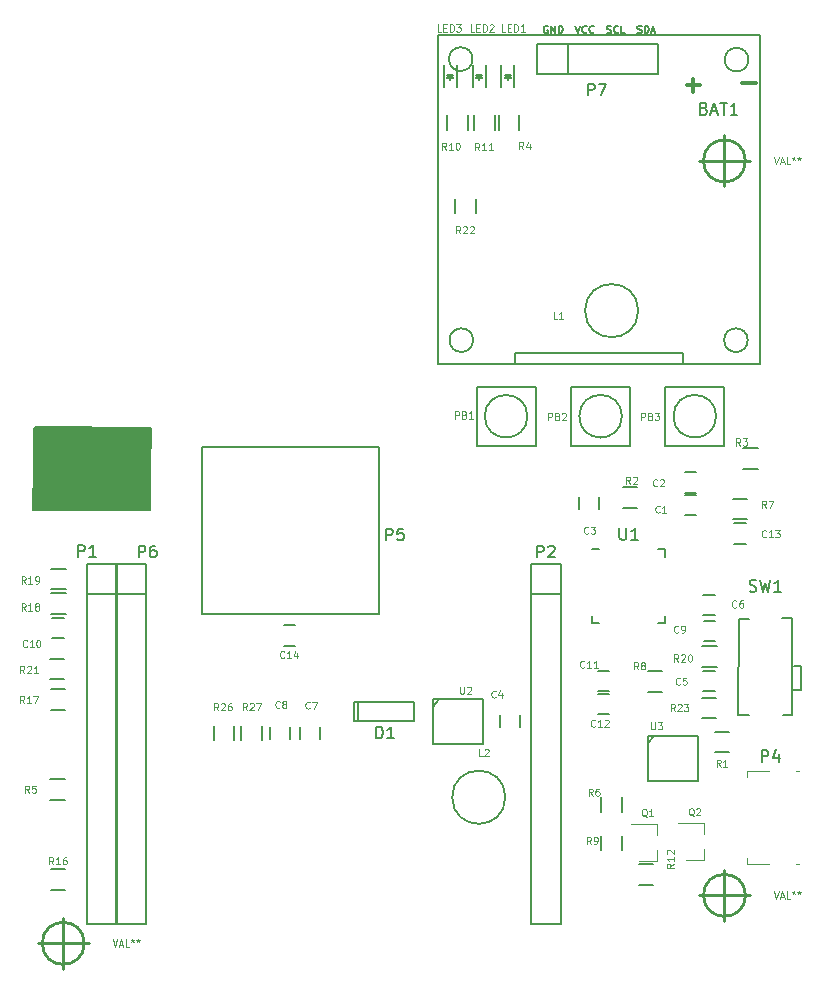
<source format=gbr>
G04 #@! TF.FileFunction,Legend,Top*
%FSLAX46Y46*%
G04 Gerber Fmt 4.6, Leading zero omitted, Abs format (unit mm)*
G04 Created by KiCad (PCBNEW 4.0.6) date Monday, July 30, 2018 'PMt' 08:55:28 PM*
%MOMM*%
%LPD*%
G01*
G04 APERTURE LIST*
%ADD10C,0.100000*%
%ADD11C,0.150000*%
%ADD12C,0.500000*%
%ADD13C,0.200000*%
%ADD14C,0.300000*%
%ADD15C,0.254000*%
%ADD16C,0.120000*%
G04 APERTURE END LIST*
D10*
D11*
X153642857Y-59200000D02*
X153585714Y-59171429D01*
X153500000Y-59171429D01*
X153414285Y-59200000D01*
X153357143Y-59257143D01*
X153328571Y-59314286D01*
X153300000Y-59428571D01*
X153300000Y-59514286D01*
X153328571Y-59628571D01*
X153357143Y-59685714D01*
X153414285Y-59742857D01*
X153500000Y-59771429D01*
X153557143Y-59771429D01*
X153642857Y-59742857D01*
X153671428Y-59714286D01*
X153671428Y-59514286D01*
X153557143Y-59514286D01*
X153928571Y-59771429D02*
X153928571Y-59171429D01*
X154271428Y-59771429D01*
X154271428Y-59171429D01*
X154557142Y-59771429D02*
X154557142Y-59171429D01*
X154699999Y-59171429D01*
X154785714Y-59200000D01*
X154842856Y-59257143D01*
X154871428Y-59314286D01*
X154899999Y-59428571D01*
X154899999Y-59514286D01*
X154871428Y-59628571D01*
X154842856Y-59685714D01*
X154785714Y-59742857D01*
X154699999Y-59771429D01*
X154557142Y-59771429D01*
X155985714Y-59171429D02*
X156185714Y-59771429D01*
X156385714Y-59171429D01*
X156928571Y-59714286D02*
X156900000Y-59742857D01*
X156814286Y-59771429D01*
X156757143Y-59771429D01*
X156671428Y-59742857D01*
X156614286Y-59685714D01*
X156585714Y-59628571D01*
X156557143Y-59514286D01*
X156557143Y-59428571D01*
X156585714Y-59314286D01*
X156614286Y-59257143D01*
X156671428Y-59200000D01*
X156757143Y-59171429D01*
X156814286Y-59171429D01*
X156900000Y-59200000D01*
X156928571Y-59228571D01*
X157528571Y-59714286D02*
X157500000Y-59742857D01*
X157414286Y-59771429D01*
X157357143Y-59771429D01*
X157271428Y-59742857D01*
X157214286Y-59685714D01*
X157185714Y-59628571D01*
X157157143Y-59514286D01*
X157157143Y-59428571D01*
X157185714Y-59314286D01*
X157214286Y-59257143D01*
X157271428Y-59200000D01*
X157357143Y-59171429D01*
X157414286Y-59171429D01*
X157500000Y-59200000D01*
X157528571Y-59228571D01*
X158671429Y-59742857D02*
X158757143Y-59771429D01*
X158900000Y-59771429D01*
X158957143Y-59742857D01*
X158985714Y-59714286D01*
X159014286Y-59657143D01*
X159014286Y-59600000D01*
X158985714Y-59542857D01*
X158957143Y-59514286D01*
X158900000Y-59485714D01*
X158785714Y-59457143D01*
X158728572Y-59428571D01*
X158700000Y-59400000D01*
X158671429Y-59342857D01*
X158671429Y-59285714D01*
X158700000Y-59228571D01*
X158728572Y-59200000D01*
X158785714Y-59171429D01*
X158928572Y-59171429D01*
X159014286Y-59200000D01*
X159614286Y-59714286D02*
X159585715Y-59742857D01*
X159500001Y-59771429D01*
X159442858Y-59771429D01*
X159357143Y-59742857D01*
X159300001Y-59685714D01*
X159271429Y-59628571D01*
X159242858Y-59514286D01*
X159242858Y-59428571D01*
X159271429Y-59314286D01*
X159300001Y-59257143D01*
X159357143Y-59200000D01*
X159442858Y-59171429D01*
X159500001Y-59171429D01*
X159585715Y-59200000D01*
X159614286Y-59228571D01*
X160157143Y-59771429D02*
X159871429Y-59771429D01*
X159871429Y-59171429D01*
X161242858Y-59742857D02*
X161328572Y-59771429D01*
X161471429Y-59771429D01*
X161528572Y-59742857D01*
X161557143Y-59714286D01*
X161585715Y-59657143D01*
X161585715Y-59600000D01*
X161557143Y-59542857D01*
X161528572Y-59514286D01*
X161471429Y-59485714D01*
X161357143Y-59457143D01*
X161300001Y-59428571D01*
X161271429Y-59400000D01*
X161242858Y-59342857D01*
X161242858Y-59285714D01*
X161271429Y-59228571D01*
X161300001Y-59200000D01*
X161357143Y-59171429D01*
X161500001Y-59171429D01*
X161585715Y-59200000D01*
X161842858Y-59771429D02*
X161842858Y-59171429D01*
X161985715Y-59171429D01*
X162071430Y-59200000D01*
X162128572Y-59257143D01*
X162157144Y-59314286D01*
X162185715Y-59428571D01*
X162185715Y-59514286D01*
X162157144Y-59628571D01*
X162128572Y-59685714D01*
X162071430Y-59742857D01*
X161985715Y-59771429D01*
X161842858Y-59771429D01*
X162414287Y-59600000D02*
X162700001Y-59600000D01*
X162357144Y-59771429D02*
X162557144Y-59171429D01*
X162757144Y-59771429D01*
D12*
X119761000Y-96697800D02*
X110312200Y-96697800D01*
D13*
X110312200Y-96697800D02*
X110312200Y-93345000D01*
D12*
X110312200Y-93345000D02*
X119862600Y-93395800D01*
D13*
X119862600Y-93395800D02*
X119811800Y-96647000D01*
X119811800Y-96647000D02*
X119761000Y-96647000D01*
D12*
X119811800Y-96342200D02*
X110312200Y-96342200D01*
D13*
X110312200Y-96342200D02*
X110363000Y-96342200D01*
D12*
X110312200Y-95986600D02*
X119761000Y-95986600D01*
X119811800Y-95580200D02*
X110413800Y-95580200D01*
X110363000Y-95123000D02*
X119761000Y-95123000D01*
X119811800Y-94615000D02*
X110363000Y-94615000D01*
X110363000Y-94208600D02*
X119811800Y-94208600D01*
X119811800Y-93853000D02*
X110413800Y-93853000D01*
D13*
X110413800Y-93548200D02*
X119761000Y-93599000D01*
X119507000Y-93395800D02*
X119354600Y-93395800D01*
X119862600Y-94869000D02*
X110312200Y-94869000D01*
X110312200Y-94869000D02*
X118745000Y-96088200D01*
X119761000Y-96850200D02*
X119964200Y-96850200D01*
X119964200Y-96850200D02*
X120015000Y-93243400D01*
X120015000Y-93243400D02*
X110159800Y-93243400D01*
X110159800Y-93243400D02*
X110210600Y-96799400D01*
X110210600Y-96799400D02*
X110159800Y-96799400D01*
X110159800Y-96799400D02*
X110109000Y-93192600D01*
X110109000Y-93192600D02*
X111277400Y-93243400D01*
X111277400Y-93243400D02*
X111379000Y-94056200D01*
X111277400Y-93243400D02*
X111379000Y-94056200D01*
X110109000Y-93192600D02*
X111277400Y-93243400D01*
X110159800Y-96799400D02*
X110109000Y-93192600D01*
X110210600Y-96799400D02*
X110159800Y-96799400D01*
X110159800Y-93243400D02*
X110210600Y-96799400D01*
X120015000Y-93243400D02*
X110159800Y-93243400D01*
X119964200Y-96850200D02*
X120015000Y-93243400D01*
X119761000Y-96850200D02*
X119964200Y-96850200D01*
X110312200Y-94869000D02*
X118745000Y-96088200D01*
X119862600Y-94869000D02*
X110312200Y-94869000D01*
X119507000Y-93395800D02*
X119354600Y-93395800D01*
X110413800Y-93548200D02*
X119761000Y-93599000D01*
D12*
X119811800Y-93853000D02*
X110413800Y-93853000D01*
X110363000Y-94208600D02*
X119811800Y-94208600D01*
X119811800Y-94615000D02*
X110363000Y-94615000D01*
X110363000Y-95123000D02*
X119761000Y-95123000D01*
X119811800Y-95580200D02*
X110413800Y-95580200D01*
X110312200Y-95986600D02*
X119761000Y-95986600D01*
D13*
X110312200Y-96342200D02*
X110363000Y-96342200D01*
D12*
X119811800Y-96342200D02*
X110312200Y-96342200D01*
D13*
X119811800Y-96647000D02*
X119761000Y-96647000D01*
X119862600Y-93395800D02*
X119811800Y-96647000D01*
D12*
X110312200Y-93345000D02*
X119862600Y-93395800D01*
D13*
X110312200Y-96697800D02*
X110312200Y-93345000D01*
D12*
X119761000Y-96697800D02*
X110312200Y-96697800D01*
X110337600Y-96672400D02*
X119786400Y-96672400D01*
D13*
X119786400Y-96672400D02*
X119786400Y-100025200D01*
D12*
X119786400Y-100025200D02*
X110236000Y-99974400D01*
D13*
X110236000Y-99974400D02*
X110286800Y-96723200D01*
X110286800Y-96723200D02*
X110337600Y-96723200D01*
D12*
X110286800Y-97028000D02*
X119786400Y-97028000D01*
D13*
X119786400Y-97028000D02*
X119735600Y-97028000D01*
D12*
X119786400Y-97383600D02*
X110337600Y-97383600D01*
X110286800Y-97790000D02*
X119684800Y-97790000D01*
X119735600Y-98247200D02*
X110337600Y-98247200D01*
X110286800Y-98755200D02*
X119735600Y-98755200D01*
X119735600Y-99161600D02*
X110286800Y-99161600D01*
X110286800Y-99517200D02*
X119684800Y-99517200D01*
D13*
X119684800Y-99822000D02*
X110337600Y-99771200D01*
X110591600Y-99974400D02*
X110744000Y-99974400D01*
X110236000Y-98501200D02*
X119786400Y-98501200D01*
X119786400Y-98501200D02*
X111353600Y-97282000D01*
X110337600Y-96520000D02*
X110134400Y-96520000D01*
X110134400Y-96520000D02*
X110083600Y-100126800D01*
X110083600Y-100126800D02*
X119938800Y-100126800D01*
X119938800Y-100126800D02*
X119888000Y-96570800D01*
X119888000Y-96570800D02*
X119938800Y-96570800D01*
X119938800Y-96570800D02*
X119989600Y-100177600D01*
X119989600Y-100177600D02*
X118821200Y-100126800D01*
X118821200Y-100126800D02*
X118719600Y-99314000D01*
X118821200Y-100126800D02*
X118719600Y-99314000D01*
X119989600Y-100177600D02*
X118821200Y-100126800D01*
X119938800Y-96570800D02*
X119989600Y-100177600D01*
X119888000Y-96570800D02*
X119938800Y-96570800D01*
X119938800Y-100126800D02*
X119888000Y-96570800D01*
X110083600Y-100126800D02*
X119938800Y-100126800D01*
X110134400Y-96520000D02*
X110083600Y-100126800D01*
X110337600Y-96520000D02*
X110134400Y-96520000D01*
X119786400Y-98501200D02*
X111353600Y-97282000D01*
X110236000Y-98501200D02*
X119786400Y-98501200D01*
X110591600Y-99974400D02*
X110744000Y-99974400D01*
X119684800Y-99822000D02*
X110337600Y-99771200D01*
D12*
X110286800Y-99517200D02*
X119684800Y-99517200D01*
X119735600Y-99161600D02*
X110286800Y-99161600D01*
X110286800Y-98755200D02*
X119735600Y-98755200D01*
X119735600Y-98247200D02*
X110337600Y-98247200D01*
X110286800Y-97790000D02*
X119684800Y-97790000D01*
X119786400Y-97383600D02*
X110337600Y-97383600D01*
D13*
X119786400Y-97028000D02*
X119735600Y-97028000D01*
D12*
X110286800Y-97028000D02*
X119786400Y-97028000D01*
D13*
X110286800Y-96723200D02*
X110337600Y-96723200D01*
X110236000Y-99974400D02*
X110286800Y-96723200D01*
D12*
X119786400Y-100025200D02*
X110236000Y-99974400D01*
D13*
X119786400Y-96672400D02*
X119786400Y-100025200D01*
D12*
X110337600Y-96672400D02*
X119786400Y-96672400D01*
D14*
X170116572Y-64013543D02*
X171259429Y-64013543D01*
X165392172Y-64216743D02*
X166535029Y-64216743D01*
X165963600Y-64788171D02*
X165963600Y-63645314D01*
D15*
X112623600Y-134696200D02*
X112623600Y-139014200D01*
X110464600Y-136855200D02*
X114782600Y-136855200D01*
X114401600Y-136855200D02*
G75*
G03X114401600Y-136855200I-1778000J0D01*
G01*
X168605200Y-130632200D02*
X168605200Y-134950200D01*
X166446200Y-132791200D02*
X170764200Y-132791200D01*
X170383200Y-132791200D02*
G75*
G03X170383200Y-132791200I-1778000J0D01*
G01*
X168605200Y-68453000D02*
X168605200Y-72771000D01*
X166446200Y-70612000D02*
X170764200Y-70612000D01*
X170383200Y-70612000D02*
G75*
G03X170383200Y-70612000I-1778000J0D01*
G01*
D11*
X174359600Y-115385600D02*
X175059600Y-115385600D01*
X175059600Y-115385600D02*
X175059600Y-113385600D01*
X175059600Y-113385600D02*
X174459600Y-113385600D01*
X174359600Y-109385600D02*
X174359600Y-109285600D01*
X174359600Y-109285600D02*
X173459600Y-109285600D01*
X173559600Y-117485600D02*
X174359600Y-117485600D01*
X174359600Y-117485600D02*
X174359600Y-109385600D01*
X170659600Y-117485600D02*
X169759600Y-117485600D01*
X169759600Y-117485600D02*
X169859600Y-109385600D01*
X169859600Y-109385600D02*
X170659600Y-109385600D01*
X147278000Y-62450800D02*
X147278000Y-64350800D01*
X148378000Y-62450800D02*
X148378000Y-64350800D01*
X147828000Y-63350800D02*
X147828000Y-63800800D01*
X148078000Y-63300800D02*
X147578000Y-63300800D01*
X147828000Y-63300800D02*
X148078000Y-63550800D01*
X148078000Y-63550800D02*
X147578000Y-63550800D01*
X147578000Y-63550800D02*
X147828000Y-63300800D01*
X145124200Y-67960800D02*
X145124200Y-66760800D01*
X146874200Y-66760800D02*
X146874200Y-67960800D01*
X149716400Y-62450800D02*
X149716400Y-64350800D01*
X150816400Y-62450800D02*
X150816400Y-64350800D01*
X150266400Y-63350800D02*
X150266400Y-63800800D01*
X150516400Y-63300800D02*
X150016400Y-63300800D01*
X150266400Y-63300800D02*
X150516400Y-63550800D01*
X150516400Y-63550800D02*
X150016400Y-63550800D01*
X150016400Y-63550800D02*
X150266400Y-63300800D01*
X151243000Y-66760800D02*
X151243000Y-67960800D01*
X149493000Y-67960800D02*
X149493000Y-66760800D01*
X149160200Y-66760800D02*
X149160200Y-67960800D01*
X147410200Y-67960800D02*
X147410200Y-66760800D01*
X124332140Y-108942720D02*
X124332140Y-94845720D01*
X139318140Y-94845720D02*
X139318140Y-108942720D01*
X124332140Y-108942720D02*
X139318140Y-108942720D01*
X124332140Y-94845720D02*
X139318140Y-94845720D01*
D16*
X170492000Y-122298000D02*
X170492000Y-122808000D01*
X174682000Y-122298000D02*
X174942000Y-122298000D01*
X170492000Y-122298000D02*
X172402000Y-122298000D01*
X170492000Y-130178000D02*
X170492000Y-129668000D01*
X172402000Y-130178000D02*
X170492000Y-130178000D01*
X174942000Y-130178000D02*
X174682000Y-130178000D01*
D11*
X165076400Y-87836800D02*
X165076400Y-86836800D01*
X165076400Y-86836800D02*
X150876400Y-86836800D01*
X150876400Y-87836800D02*
X150876400Y-86836800D01*
X144326400Y-87836800D02*
X171576400Y-87836800D01*
X171576400Y-87836800D02*
X171576400Y-87736800D01*
X170576400Y-85786800D02*
G75*
G03X170576400Y-85786800I-1000000J0D01*
G01*
X147326400Y-85786800D02*
G75*
G03X147326400Y-85786800I-1000000J0D01*
G01*
X170626400Y-62036800D02*
G75*
G03X170626400Y-62036800I-1000000J0D01*
G01*
X147277649Y-61986800D02*
G75*
G03X147277649Y-61986800I-1001249J0D01*
G01*
X171626400Y-59986800D02*
X144326400Y-59986800D01*
X144326400Y-59986800D02*
X144326400Y-87836800D01*
X171576400Y-87736800D02*
X171626400Y-59986800D01*
X152776400Y-60686800D02*
X152776400Y-63286800D01*
X152776400Y-63286800D02*
X162976400Y-63286800D01*
X152776400Y-60686800D02*
X162976400Y-60686800D01*
X162986400Y-60716800D02*
X162986400Y-63256800D01*
X155346400Y-60716800D02*
X155346400Y-63256800D01*
X161375800Y-130163600D02*
X162575800Y-130163600D01*
X162575800Y-131913600D02*
X161375800Y-131913600D01*
X151916776Y-92227400D02*
G75*
G03X151916776Y-92227400I-1802776J0D01*
G01*
X147614000Y-94727400D02*
X147614000Y-89727400D01*
X147614000Y-89727400D02*
X152614000Y-89727400D01*
X152614000Y-89727400D02*
X152614000Y-94727400D01*
X152614000Y-94727400D02*
X147614000Y-94727400D01*
X159917776Y-92227400D02*
G75*
G03X159917776Y-92227400I-1802776J0D01*
G01*
X155615000Y-94727400D02*
X155615000Y-89727400D01*
X155615000Y-89727400D02*
X160615000Y-89727400D01*
X160615000Y-89727400D02*
X160615000Y-94727400D01*
X160615000Y-94727400D02*
X155615000Y-94727400D01*
X117144800Y-107289600D02*
X114604800Y-107289600D01*
X117144800Y-135229600D02*
X117144800Y-104749600D01*
X117144800Y-135229600D02*
X114604800Y-135229600D01*
X117144800Y-104749600D02*
X117144800Y-135229600D01*
X117144800Y-104749600D02*
X114604800Y-104749600D01*
X117144800Y-104749600D02*
X117144800Y-135229600D01*
X117144800Y-135229600D02*
X114604800Y-135229600D01*
X114604800Y-135229600D02*
X114604800Y-104749600D01*
X111515600Y-112764600D02*
X112715600Y-112764600D01*
X112715600Y-114514600D02*
X111515600Y-114514600D01*
X144839600Y-62450800D02*
X144839600Y-64350800D01*
X145939600Y-62450800D02*
X145939600Y-64350800D01*
X145389600Y-63350800D02*
X145389600Y-63800800D01*
X145639600Y-63300800D02*
X145139600Y-63300800D01*
X145389600Y-63300800D02*
X145639600Y-63550800D01*
X145639600Y-63550800D02*
X145139600Y-63550800D01*
X145139600Y-63550800D02*
X145389600Y-63300800D01*
X147534600Y-73796600D02*
X147534600Y-74996600D01*
X145784600Y-74996600D02*
X145784600Y-73796600D01*
X154736800Y-107289600D02*
X152196800Y-107289600D01*
X154736800Y-135229600D02*
X154736800Y-104749600D01*
X154736800Y-135229600D02*
X152196800Y-135229600D01*
X154736800Y-104749600D02*
X154736800Y-135229600D01*
X154736800Y-104749600D02*
X152196800Y-104749600D01*
X154736800Y-104749600D02*
X154736800Y-135229600D01*
X154736800Y-135229600D02*
X152196800Y-135229600D01*
X152196800Y-135229600D02*
X152196800Y-104749600D01*
X166235000Y-98870400D02*
X165235000Y-98870400D01*
X165235000Y-100570400D02*
X166235000Y-100570400D01*
X166235000Y-96990800D02*
X165235000Y-96990800D01*
X165235000Y-98690800D02*
X166235000Y-98690800D01*
X158025200Y-100068000D02*
X158025200Y-99068000D01*
X156325200Y-99068000D02*
X156325200Y-100068000D01*
X149619600Y-117533800D02*
X149619600Y-118533800D01*
X151319600Y-118533800D02*
X151319600Y-117533800D01*
X166784400Y-115505600D02*
X167784400Y-115505600D01*
X167784400Y-113805600D02*
X166784400Y-113805600D01*
X166784400Y-109054000D02*
X167784400Y-109054000D01*
X167784400Y-107354000D02*
X166784400Y-107354000D01*
X134327000Y-119575200D02*
X134327000Y-118575200D01*
X132627000Y-118575200D02*
X132627000Y-119575200D01*
X131863200Y-119524400D02*
X131863200Y-118524400D01*
X130163200Y-118524400D02*
X130163200Y-119524400D01*
X166835200Y-111289200D02*
X167835200Y-111289200D01*
X167835200Y-109589200D02*
X166835200Y-109589200D01*
X160029600Y-98235800D02*
X161229600Y-98235800D01*
X161229600Y-99985800D02*
X160029600Y-99985800D01*
X170526000Y-100951000D02*
X169326000Y-100951000D01*
X169326000Y-99201000D02*
X170526000Y-99201000D01*
X163312400Y-115556000D02*
X162112400Y-115556000D01*
X162112400Y-113806000D02*
X163312400Y-113806000D01*
X112766400Y-132345400D02*
X111566400Y-132345400D01*
X111566400Y-130595400D02*
X112766400Y-130595400D01*
X112766400Y-117105400D02*
X111566400Y-117105400D01*
X111566400Y-115355400D02*
X112766400Y-115355400D01*
X166735200Y-111697800D02*
X167935200Y-111697800D01*
X167935200Y-113447800D02*
X166735200Y-113447800D01*
X167884400Y-117816600D02*
X166684400Y-117816600D01*
X166684400Y-116066600D02*
X167884400Y-116066600D01*
X125363000Y-119624400D02*
X125363000Y-118424400D01*
X127113000Y-118424400D02*
X127113000Y-119624400D01*
X127699800Y-119649800D02*
X127699800Y-118449800D01*
X129449800Y-118449800D02*
X129449800Y-119649800D01*
X144450000Y-116210000D02*
X143950000Y-116810000D01*
X143950000Y-116210000D02*
X148150000Y-116210000D01*
X148150000Y-116210000D02*
X148150000Y-120010000D01*
X148150000Y-120010000D02*
X143950000Y-120010000D01*
X143950000Y-120010000D02*
X143950000Y-116210000D01*
X119634000Y-107289600D02*
X117094000Y-107289600D01*
X119634000Y-135229600D02*
X119634000Y-104749600D01*
X119634000Y-135229600D02*
X117094000Y-135229600D01*
X119634000Y-104749600D02*
X119634000Y-135229600D01*
X119634000Y-104749600D02*
X117094000Y-104749600D01*
X119634000Y-104749600D02*
X119634000Y-135229600D01*
X119634000Y-135229600D02*
X117094000Y-135229600D01*
X117094000Y-135229600D02*
X117094000Y-104749600D01*
X111617200Y-105144600D02*
X112817200Y-105144600D01*
X112817200Y-106894600D02*
X111617200Y-106894600D01*
X111617200Y-107227400D02*
X112817200Y-107227400D01*
X112817200Y-108977400D02*
X111617200Y-108977400D01*
X112666400Y-109335200D02*
X111666400Y-109335200D01*
X111666400Y-111035200D02*
X112666400Y-111035200D01*
X157869000Y-115531000D02*
X158869000Y-115531000D01*
X158869000Y-113831000D02*
X157869000Y-113831000D01*
X157869000Y-117436000D02*
X158869000Y-117436000D01*
X158869000Y-115736000D02*
X157869000Y-115736000D01*
X169426000Y-103008800D02*
X170426000Y-103008800D01*
X170426000Y-101308800D02*
X169426000Y-101308800D01*
X167776600Y-118936800D02*
X168976600Y-118936800D01*
X168976600Y-120686800D02*
X167776600Y-120686800D01*
X162661800Y-119334200D02*
X162161800Y-119934200D01*
X162161800Y-119334200D02*
X166361800Y-119334200D01*
X166361800Y-119334200D02*
X166361800Y-123134200D01*
X166361800Y-123134200D02*
X162161800Y-123134200D01*
X162161800Y-123134200D02*
X162161800Y-119334200D01*
X161304800Y-83286600D02*
G75*
G03X161304800Y-83286600I-2250000J0D01*
G01*
X150052600Y-124485400D02*
G75*
G03X150052600Y-124485400I-2250000J0D01*
G01*
X167893376Y-92227400D02*
G75*
G03X167893376Y-92227400I-1802776J0D01*
G01*
X163590600Y-94727400D02*
X163590600Y-89727400D01*
X163590600Y-89727400D02*
X168590600Y-89727400D01*
X168590600Y-89727400D02*
X168590600Y-94727400D01*
X168590600Y-94727400D02*
X163590600Y-94727400D01*
D16*
X162862800Y-129900800D02*
X162862800Y-128970800D01*
X162862800Y-126740800D02*
X162862800Y-127670800D01*
X162862800Y-126740800D02*
X160702800Y-126740800D01*
X162862800Y-129900800D02*
X161402800Y-129900800D01*
X166850600Y-129824600D02*
X166850600Y-128894600D01*
X166850600Y-126664600D02*
X166850600Y-127594600D01*
X166850600Y-126664600D02*
X164690600Y-126664600D01*
X166850600Y-129824600D02*
X165390600Y-129824600D01*
D11*
X170215000Y-94959200D02*
X171415000Y-94959200D01*
X171415000Y-96709200D02*
X170215000Y-96709200D01*
X112741000Y-124700000D02*
X111541000Y-124700000D01*
X111541000Y-122950000D02*
X112741000Y-122950000D01*
X159929800Y-124495000D02*
X159929800Y-125695000D01*
X158179800Y-125695000D02*
X158179800Y-124495000D01*
X158179800Y-128946200D02*
X158179800Y-127746200D01*
X159929800Y-127746200D02*
X159929800Y-128946200D01*
X131275200Y-111644800D02*
X132275200Y-111644800D01*
X132275200Y-109944800D02*
X131275200Y-109944800D01*
X137655600Y-118046400D02*
X137255600Y-118046400D01*
X137255600Y-118046400D02*
X137255600Y-116446400D01*
X137255600Y-116446400D02*
X137655600Y-116446400D01*
X137555600Y-118046400D02*
X137555600Y-116446400D01*
X142355600Y-118046400D02*
X137655600Y-118046400D01*
X137655600Y-116446400D02*
X142355600Y-116446400D01*
X142355600Y-116446400D02*
X142355600Y-118046400D01*
X163602200Y-103504200D02*
X163602200Y-104104200D01*
X157352200Y-109754200D02*
X157352200Y-109154200D01*
X163602200Y-109754200D02*
X163602200Y-109154200D01*
X157352200Y-103504200D02*
X157952200Y-103504200D01*
X157352200Y-109754200D02*
X157952200Y-109754200D01*
X163602200Y-109754200D02*
X163002200Y-109754200D01*
X163602200Y-103504200D02*
X163002200Y-103504200D01*
D10*
X116800457Y-136526629D02*
X117000457Y-137126629D01*
X117200457Y-136526629D01*
X117371886Y-136955200D02*
X117657600Y-136955200D01*
X117314743Y-137126629D02*
X117514743Y-136526629D01*
X117714743Y-137126629D01*
X118200457Y-137126629D02*
X117914743Y-137126629D01*
X117914743Y-136526629D01*
X118486171Y-136526629D02*
X118486171Y-136669486D01*
X118343314Y-136612343D02*
X118486171Y-136669486D01*
X118629029Y-136612343D01*
X118400457Y-136783771D02*
X118486171Y-136669486D01*
X118571886Y-136783771D01*
X118943314Y-136526629D02*
X118943314Y-136669486D01*
X118800457Y-136612343D02*
X118943314Y-136669486D01*
X119086172Y-136612343D01*
X118857600Y-136783771D02*
X118943314Y-136669486D01*
X119029029Y-136783771D01*
X172782057Y-132462629D02*
X172982057Y-133062629D01*
X173182057Y-132462629D01*
X173353486Y-132891200D02*
X173639200Y-132891200D01*
X173296343Y-133062629D02*
X173496343Y-132462629D01*
X173696343Y-133062629D01*
X174182057Y-133062629D02*
X173896343Y-133062629D01*
X173896343Y-132462629D01*
X174467771Y-132462629D02*
X174467771Y-132605486D01*
X174324914Y-132548343D02*
X174467771Y-132605486D01*
X174610629Y-132548343D01*
X174382057Y-132719771D02*
X174467771Y-132605486D01*
X174553486Y-132719771D01*
X174924914Y-132462629D02*
X174924914Y-132605486D01*
X174782057Y-132548343D02*
X174924914Y-132605486D01*
X175067772Y-132548343D01*
X174839200Y-132719771D02*
X174924914Y-132605486D01*
X175010629Y-132719771D01*
X172782057Y-70283429D02*
X172982057Y-70883429D01*
X173182057Y-70283429D01*
X173353486Y-70712000D02*
X173639200Y-70712000D01*
X173296343Y-70883429D02*
X173496343Y-70283429D01*
X173696343Y-70883429D01*
X174182057Y-70883429D02*
X173896343Y-70883429D01*
X173896343Y-70283429D01*
X174467771Y-70283429D02*
X174467771Y-70426286D01*
X174324914Y-70369143D02*
X174467771Y-70426286D01*
X174610629Y-70369143D01*
X174382057Y-70540571D02*
X174467771Y-70426286D01*
X174553486Y-70540571D01*
X174924914Y-70283429D02*
X174924914Y-70426286D01*
X174782057Y-70369143D02*
X174924914Y-70426286D01*
X175067772Y-70369143D01*
X174839200Y-70540571D02*
X174924914Y-70426286D01*
X175010629Y-70540571D01*
D11*
X166882915Y-66171771D02*
X167025772Y-66219390D01*
X167073391Y-66267010D01*
X167121010Y-66362248D01*
X167121010Y-66505105D01*
X167073391Y-66600343D01*
X167025772Y-66647962D01*
X166930534Y-66695581D01*
X166549581Y-66695581D01*
X166549581Y-65695581D01*
X166882915Y-65695581D01*
X166978153Y-65743200D01*
X167025772Y-65790819D01*
X167073391Y-65886057D01*
X167073391Y-65981295D01*
X167025772Y-66076533D01*
X166978153Y-66124152D01*
X166882915Y-66171771D01*
X166549581Y-66171771D01*
X167501962Y-66409867D02*
X167978153Y-66409867D01*
X167406724Y-66695581D02*
X167740057Y-65695581D01*
X168073391Y-66695581D01*
X168263867Y-65695581D02*
X168835296Y-65695581D01*
X168549581Y-66695581D02*
X168549581Y-65695581D01*
X169692439Y-66695581D02*
X169121010Y-66695581D01*
X169406724Y-66695581D02*
X169406724Y-65695581D01*
X169311486Y-65838438D01*
X169216248Y-65933676D01*
X169121010Y-65981295D01*
X170726267Y-107033962D02*
X170869124Y-107081581D01*
X171107220Y-107081581D01*
X171202458Y-107033962D01*
X171250077Y-106986343D01*
X171297696Y-106891105D01*
X171297696Y-106795867D01*
X171250077Y-106700629D01*
X171202458Y-106653010D01*
X171107220Y-106605390D01*
X170916743Y-106557771D01*
X170821505Y-106510152D01*
X170773886Y-106462533D01*
X170726267Y-106367295D01*
X170726267Y-106272057D01*
X170773886Y-106176819D01*
X170821505Y-106129200D01*
X170916743Y-106081581D01*
X171154839Y-106081581D01*
X171297696Y-106129200D01*
X171631029Y-106081581D02*
X171869124Y-107081581D01*
X172059601Y-106367295D01*
X172250077Y-107081581D01*
X172488172Y-106081581D01*
X173392934Y-107081581D02*
X172821505Y-107081581D01*
X173107219Y-107081581D02*
X173107219Y-106081581D01*
X173011981Y-106224438D01*
X172916743Y-106319676D01*
X172821505Y-106367295D01*
D10*
X147410571Y-59656629D02*
X147124857Y-59656629D01*
X147124857Y-59056629D01*
X147610571Y-59342343D02*
X147810571Y-59342343D01*
X147896285Y-59656629D02*
X147610571Y-59656629D01*
X147610571Y-59056629D01*
X147896285Y-59056629D01*
X148153428Y-59656629D02*
X148153428Y-59056629D01*
X148296285Y-59056629D01*
X148382000Y-59085200D01*
X148439142Y-59142343D01*
X148467714Y-59199486D01*
X148496285Y-59313771D01*
X148496285Y-59399486D01*
X148467714Y-59513771D01*
X148439142Y-59570914D01*
X148382000Y-59628057D01*
X148296285Y-59656629D01*
X148153428Y-59656629D01*
X148724857Y-59113771D02*
X148753428Y-59085200D01*
X148810571Y-59056629D01*
X148953428Y-59056629D01*
X149010571Y-59085200D01*
X149039142Y-59113771D01*
X149067714Y-59170914D01*
X149067714Y-59228057D01*
X149039142Y-59313771D01*
X148696285Y-59656629D01*
X149067714Y-59656629D01*
X145054685Y-69664229D02*
X144854685Y-69378514D01*
X144711828Y-69664229D02*
X144711828Y-69064229D01*
X144940400Y-69064229D01*
X144997542Y-69092800D01*
X145026114Y-69121371D01*
X145054685Y-69178514D01*
X145054685Y-69264229D01*
X145026114Y-69321371D01*
X144997542Y-69349943D01*
X144940400Y-69378514D01*
X144711828Y-69378514D01*
X145626114Y-69664229D02*
X145283257Y-69664229D01*
X145454685Y-69664229D02*
X145454685Y-69064229D01*
X145397542Y-69149943D01*
X145340400Y-69207086D01*
X145283257Y-69235657D01*
X145997543Y-69064229D02*
X146054686Y-69064229D01*
X146111829Y-69092800D01*
X146140400Y-69121371D01*
X146168971Y-69178514D01*
X146197543Y-69292800D01*
X146197543Y-69435657D01*
X146168971Y-69549943D01*
X146140400Y-69607086D01*
X146111829Y-69635657D01*
X146054686Y-69664229D01*
X145997543Y-69664229D01*
X145940400Y-69635657D01*
X145911829Y-69607086D01*
X145883257Y-69549943D01*
X145854686Y-69435657D01*
X145854686Y-69292800D01*
X145883257Y-69178514D01*
X145911829Y-69121371D01*
X145940400Y-69092800D01*
X145997543Y-69064229D01*
X150052171Y-59656629D02*
X149766457Y-59656629D01*
X149766457Y-59056629D01*
X150252171Y-59342343D02*
X150452171Y-59342343D01*
X150537885Y-59656629D02*
X150252171Y-59656629D01*
X150252171Y-59056629D01*
X150537885Y-59056629D01*
X150795028Y-59656629D02*
X150795028Y-59056629D01*
X150937885Y-59056629D01*
X151023600Y-59085200D01*
X151080742Y-59142343D01*
X151109314Y-59199486D01*
X151137885Y-59313771D01*
X151137885Y-59399486D01*
X151109314Y-59513771D01*
X151080742Y-59570914D01*
X151023600Y-59628057D01*
X150937885Y-59656629D01*
X150795028Y-59656629D01*
X151709314Y-59656629D02*
X151366457Y-59656629D01*
X151537885Y-59656629D02*
X151537885Y-59056629D01*
X151480742Y-59142343D01*
X151423600Y-59199486D01*
X151366457Y-59228057D01*
X151588800Y-69613429D02*
X151388800Y-69327714D01*
X151245943Y-69613429D02*
X151245943Y-69013429D01*
X151474515Y-69013429D01*
X151531657Y-69042000D01*
X151560229Y-69070571D01*
X151588800Y-69127714D01*
X151588800Y-69213429D01*
X151560229Y-69270571D01*
X151531657Y-69299143D01*
X151474515Y-69327714D01*
X151245943Y-69327714D01*
X152103086Y-69213429D02*
X152103086Y-69613429D01*
X151960229Y-68984857D02*
X151817372Y-69413429D01*
X152188800Y-69413429D01*
X147848685Y-69715029D02*
X147648685Y-69429314D01*
X147505828Y-69715029D02*
X147505828Y-69115029D01*
X147734400Y-69115029D01*
X147791542Y-69143600D01*
X147820114Y-69172171D01*
X147848685Y-69229314D01*
X147848685Y-69315029D01*
X147820114Y-69372171D01*
X147791542Y-69400743D01*
X147734400Y-69429314D01*
X147505828Y-69429314D01*
X148420114Y-69715029D02*
X148077257Y-69715029D01*
X148248685Y-69715029D02*
X148248685Y-69115029D01*
X148191542Y-69200743D01*
X148134400Y-69257886D01*
X148077257Y-69286457D01*
X148991543Y-69715029D02*
X148648686Y-69715029D01*
X148820114Y-69715029D02*
X148820114Y-69115029D01*
X148762971Y-69200743D01*
X148705829Y-69257886D01*
X148648686Y-69286457D01*
D11*
X139952505Y-102738181D02*
X139952505Y-101738181D01*
X140333458Y-101738181D01*
X140428696Y-101785800D01*
X140476315Y-101833419D01*
X140523934Y-101928657D01*
X140523934Y-102071514D01*
X140476315Y-102166752D01*
X140428696Y-102214371D01*
X140333458Y-102261990D01*
X139952505Y-102261990D01*
X141428696Y-101738181D02*
X140952505Y-101738181D01*
X140904886Y-102214371D01*
X140952505Y-102166752D01*
X141047743Y-102119133D01*
X141285839Y-102119133D01*
X141381077Y-102166752D01*
X141428696Y-102214371D01*
X141476315Y-102309610D01*
X141476315Y-102547705D01*
X141428696Y-102642943D01*
X141381077Y-102690562D01*
X141285839Y-102738181D01*
X141047743Y-102738181D01*
X140952505Y-102690562D01*
X140904886Y-102642943D01*
X171753305Y-121483381D02*
X171753305Y-120483381D01*
X172134258Y-120483381D01*
X172229496Y-120531000D01*
X172277115Y-120578619D01*
X172324734Y-120673857D01*
X172324734Y-120816714D01*
X172277115Y-120911952D01*
X172229496Y-120959571D01*
X172134258Y-121007190D01*
X171753305Y-121007190D01*
X173181877Y-120816714D02*
X173181877Y-121483381D01*
X172943781Y-120435762D02*
X172705686Y-121150048D01*
X173324734Y-121150048D01*
X157046705Y-65069981D02*
X157046705Y-64069981D01*
X157427658Y-64069981D01*
X157522896Y-64117600D01*
X157570515Y-64165219D01*
X157618134Y-64260457D01*
X157618134Y-64403314D01*
X157570515Y-64498552D01*
X157522896Y-64546171D01*
X157427658Y-64593790D01*
X157046705Y-64593790D01*
X157951467Y-64069981D02*
X158618134Y-64069981D01*
X158189562Y-65069981D01*
D10*
X164304629Y-130103515D02*
X164018914Y-130303515D01*
X164304629Y-130446372D02*
X163704629Y-130446372D01*
X163704629Y-130217800D01*
X163733200Y-130160658D01*
X163761771Y-130132086D01*
X163818914Y-130103515D01*
X163904629Y-130103515D01*
X163961771Y-130132086D01*
X163990343Y-130160658D01*
X164018914Y-130217800D01*
X164018914Y-130446372D01*
X164304629Y-129532086D02*
X164304629Y-129874943D01*
X164304629Y-129703515D02*
X163704629Y-129703515D01*
X163790343Y-129760658D01*
X163847486Y-129817800D01*
X163876057Y-129874943D01*
X163761771Y-129303514D02*
X163733200Y-129274943D01*
X163704629Y-129217800D01*
X163704629Y-129074943D01*
X163733200Y-129017800D01*
X163761771Y-128989229D01*
X163818914Y-128960657D01*
X163876057Y-128960657D01*
X163961771Y-128989229D01*
X164304629Y-129332086D01*
X164304629Y-128960657D01*
X145815143Y-92422629D02*
X145815143Y-91822629D01*
X146043715Y-91822629D01*
X146100857Y-91851200D01*
X146129429Y-91879771D01*
X146158000Y-91936914D01*
X146158000Y-92022629D01*
X146129429Y-92079771D01*
X146100857Y-92108343D01*
X146043715Y-92136914D01*
X145815143Y-92136914D01*
X146615143Y-92108343D02*
X146700857Y-92136914D01*
X146729429Y-92165486D01*
X146758000Y-92222629D01*
X146758000Y-92308343D01*
X146729429Y-92365486D01*
X146700857Y-92394057D01*
X146643715Y-92422629D01*
X146415143Y-92422629D01*
X146415143Y-91822629D01*
X146615143Y-91822629D01*
X146672286Y-91851200D01*
X146700857Y-91879771D01*
X146729429Y-91936914D01*
X146729429Y-91994057D01*
X146700857Y-92051200D01*
X146672286Y-92079771D01*
X146615143Y-92108343D01*
X146415143Y-92108343D01*
X147329429Y-92422629D02*
X146986572Y-92422629D01*
X147158000Y-92422629D02*
X147158000Y-91822629D01*
X147100857Y-91908343D01*
X147043715Y-91965486D01*
X146986572Y-91994057D01*
X153689143Y-92549629D02*
X153689143Y-91949629D01*
X153917715Y-91949629D01*
X153974857Y-91978200D01*
X154003429Y-92006771D01*
X154032000Y-92063914D01*
X154032000Y-92149629D01*
X154003429Y-92206771D01*
X153974857Y-92235343D01*
X153917715Y-92263914D01*
X153689143Y-92263914D01*
X154489143Y-92235343D02*
X154574857Y-92263914D01*
X154603429Y-92292486D01*
X154632000Y-92349629D01*
X154632000Y-92435343D01*
X154603429Y-92492486D01*
X154574857Y-92521057D01*
X154517715Y-92549629D01*
X154289143Y-92549629D01*
X154289143Y-91949629D01*
X154489143Y-91949629D01*
X154546286Y-91978200D01*
X154574857Y-92006771D01*
X154603429Y-92063914D01*
X154603429Y-92121057D01*
X154574857Y-92178200D01*
X154546286Y-92206771D01*
X154489143Y-92235343D01*
X154289143Y-92235343D01*
X154860572Y-92006771D02*
X154889143Y-91978200D01*
X154946286Y-91949629D01*
X155089143Y-91949629D01*
X155146286Y-91978200D01*
X155174857Y-92006771D01*
X155203429Y-92063914D01*
X155203429Y-92121057D01*
X155174857Y-92206771D01*
X154832000Y-92549629D01*
X155203429Y-92549629D01*
D11*
X113866705Y-104135181D02*
X113866705Y-103135181D01*
X114247658Y-103135181D01*
X114342896Y-103182800D01*
X114390515Y-103230419D01*
X114438134Y-103325657D01*
X114438134Y-103468514D01*
X114390515Y-103563752D01*
X114342896Y-103611371D01*
X114247658Y-103658990D01*
X113866705Y-103658990D01*
X115390515Y-104135181D02*
X114819086Y-104135181D01*
X115104800Y-104135181D02*
X115104800Y-103135181D01*
X115009562Y-103278038D01*
X114914324Y-103373276D01*
X114819086Y-103420895D01*
D10*
X109342285Y-113961829D02*
X109142285Y-113676114D01*
X108999428Y-113961829D02*
X108999428Y-113361829D01*
X109228000Y-113361829D01*
X109285142Y-113390400D01*
X109313714Y-113418971D01*
X109342285Y-113476114D01*
X109342285Y-113561829D01*
X109313714Y-113618971D01*
X109285142Y-113647543D01*
X109228000Y-113676114D01*
X108999428Y-113676114D01*
X109570857Y-113418971D02*
X109599428Y-113390400D01*
X109656571Y-113361829D01*
X109799428Y-113361829D01*
X109856571Y-113390400D01*
X109885142Y-113418971D01*
X109913714Y-113476114D01*
X109913714Y-113533257D01*
X109885142Y-113618971D01*
X109542285Y-113961829D01*
X109913714Y-113961829D01*
X110485143Y-113961829D02*
X110142286Y-113961829D01*
X110313714Y-113961829D02*
X110313714Y-113361829D01*
X110256571Y-113447543D01*
X110199429Y-113504686D01*
X110142286Y-113533257D01*
X144616571Y-59656629D02*
X144330857Y-59656629D01*
X144330857Y-59056629D01*
X144816571Y-59342343D02*
X145016571Y-59342343D01*
X145102285Y-59656629D02*
X144816571Y-59656629D01*
X144816571Y-59056629D01*
X145102285Y-59056629D01*
X145359428Y-59656629D02*
X145359428Y-59056629D01*
X145502285Y-59056629D01*
X145588000Y-59085200D01*
X145645142Y-59142343D01*
X145673714Y-59199486D01*
X145702285Y-59313771D01*
X145702285Y-59399486D01*
X145673714Y-59513771D01*
X145645142Y-59570914D01*
X145588000Y-59628057D01*
X145502285Y-59656629D01*
X145359428Y-59656629D01*
X145902285Y-59056629D02*
X146273714Y-59056629D01*
X146073714Y-59285200D01*
X146159428Y-59285200D01*
X146216571Y-59313771D01*
X146245142Y-59342343D01*
X146273714Y-59399486D01*
X146273714Y-59542343D01*
X146245142Y-59599486D01*
X146216571Y-59628057D01*
X146159428Y-59656629D01*
X145988000Y-59656629D01*
X145930857Y-59628057D01*
X145902285Y-59599486D01*
X146248485Y-76750829D02*
X146048485Y-76465114D01*
X145905628Y-76750829D02*
X145905628Y-76150829D01*
X146134200Y-76150829D01*
X146191342Y-76179400D01*
X146219914Y-76207971D01*
X146248485Y-76265114D01*
X146248485Y-76350829D01*
X146219914Y-76407971D01*
X146191342Y-76436543D01*
X146134200Y-76465114D01*
X145905628Y-76465114D01*
X146477057Y-76207971D02*
X146505628Y-76179400D01*
X146562771Y-76150829D01*
X146705628Y-76150829D01*
X146762771Y-76179400D01*
X146791342Y-76207971D01*
X146819914Y-76265114D01*
X146819914Y-76322257D01*
X146791342Y-76407971D01*
X146448485Y-76750829D01*
X146819914Y-76750829D01*
X147048486Y-76207971D02*
X147077057Y-76179400D01*
X147134200Y-76150829D01*
X147277057Y-76150829D01*
X147334200Y-76179400D01*
X147362771Y-76207971D01*
X147391343Y-76265114D01*
X147391343Y-76322257D01*
X147362771Y-76407971D01*
X147019914Y-76750829D01*
X147391343Y-76750829D01*
D11*
X152728705Y-104185981D02*
X152728705Y-103185981D01*
X153109658Y-103185981D01*
X153204896Y-103233600D01*
X153252515Y-103281219D01*
X153300134Y-103376457D01*
X153300134Y-103519314D01*
X153252515Y-103614552D01*
X153204896Y-103662171D01*
X153109658Y-103709790D01*
X152728705Y-103709790D01*
X153681086Y-103281219D02*
X153728705Y-103233600D01*
X153823943Y-103185981D01*
X154062039Y-103185981D01*
X154157277Y-103233600D01*
X154204896Y-103281219D01*
X154252515Y-103376457D01*
X154252515Y-103471695D01*
X154204896Y-103614552D01*
X153633467Y-104185981D01*
X154252515Y-104185981D01*
D10*
X163120400Y-100341086D02*
X163091829Y-100369657D01*
X163006115Y-100398229D01*
X162948972Y-100398229D01*
X162863257Y-100369657D01*
X162806115Y-100312514D01*
X162777543Y-100255371D01*
X162748972Y-100141086D01*
X162748972Y-100055371D01*
X162777543Y-99941086D01*
X162806115Y-99883943D01*
X162863257Y-99826800D01*
X162948972Y-99798229D01*
X163006115Y-99798229D01*
X163091829Y-99826800D01*
X163120400Y-99855371D01*
X163691829Y-100398229D02*
X163348972Y-100398229D01*
X163520400Y-100398229D02*
X163520400Y-99798229D01*
X163463257Y-99883943D01*
X163406115Y-99941086D01*
X163348972Y-99969657D01*
X162917200Y-98105886D02*
X162888629Y-98134457D01*
X162802915Y-98163029D01*
X162745772Y-98163029D01*
X162660057Y-98134457D01*
X162602915Y-98077314D01*
X162574343Y-98020171D01*
X162545772Y-97905886D01*
X162545772Y-97820171D01*
X162574343Y-97705886D01*
X162602915Y-97648743D01*
X162660057Y-97591600D01*
X162745772Y-97563029D01*
X162802915Y-97563029D01*
X162888629Y-97591600D01*
X162917200Y-97620171D01*
X163145772Y-97620171D02*
X163174343Y-97591600D01*
X163231486Y-97563029D01*
X163374343Y-97563029D01*
X163431486Y-97591600D01*
X163460057Y-97620171D01*
X163488629Y-97677314D01*
X163488629Y-97734457D01*
X163460057Y-97820171D01*
X163117200Y-98163029D01*
X163488629Y-98163029D01*
X157075200Y-102119086D02*
X157046629Y-102147657D01*
X156960915Y-102176229D01*
X156903772Y-102176229D01*
X156818057Y-102147657D01*
X156760915Y-102090514D01*
X156732343Y-102033371D01*
X156703772Y-101919086D01*
X156703772Y-101833371D01*
X156732343Y-101719086D01*
X156760915Y-101661943D01*
X156818057Y-101604800D01*
X156903772Y-101576229D01*
X156960915Y-101576229D01*
X157046629Y-101604800D01*
X157075200Y-101633371D01*
X157275200Y-101576229D02*
X157646629Y-101576229D01*
X157446629Y-101804800D01*
X157532343Y-101804800D01*
X157589486Y-101833371D01*
X157618057Y-101861943D01*
X157646629Y-101919086D01*
X157646629Y-102061943D01*
X157618057Y-102119086D01*
X157589486Y-102147657D01*
X157532343Y-102176229D01*
X157360915Y-102176229D01*
X157303772Y-102147657D01*
X157275200Y-102119086D01*
X149226600Y-116012886D02*
X149198029Y-116041457D01*
X149112315Y-116070029D01*
X149055172Y-116070029D01*
X148969457Y-116041457D01*
X148912315Y-115984314D01*
X148883743Y-115927171D01*
X148855172Y-115812886D01*
X148855172Y-115727171D01*
X148883743Y-115612886D01*
X148912315Y-115555743D01*
X148969457Y-115498600D01*
X149055172Y-115470029D01*
X149112315Y-115470029D01*
X149198029Y-115498600D01*
X149226600Y-115527171D01*
X149740886Y-115670029D02*
X149740886Y-116070029D01*
X149598029Y-115441457D02*
X149455172Y-115870029D01*
X149826600Y-115870029D01*
X164847600Y-114895286D02*
X164819029Y-114923857D01*
X164733315Y-114952429D01*
X164676172Y-114952429D01*
X164590457Y-114923857D01*
X164533315Y-114866714D01*
X164504743Y-114809571D01*
X164476172Y-114695286D01*
X164476172Y-114609571D01*
X164504743Y-114495286D01*
X164533315Y-114438143D01*
X164590457Y-114381000D01*
X164676172Y-114352429D01*
X164733315Y-114352429D01*
X164819029Y-114381000D01*
X164847600Y-114409571D01*
X165390457Y-114352429D02*
X165104743Y-114352429D01*
X165076172Y-114638143D01*
X165104743Y-114609571D01*
X165161886Y-114581000D01*
X165304743Y-114581000D01*
X165361886Y-114609571D01*
X165390457Y-114638143D01*
X165419029Y-114695286D01*
X165419029Y-114838143D01*
X165390457Y-114895286D01*
X165361886Y-114923857D01*
X165304743Y-114952429D01*
X165161886Y-114952429D01*
X165104743Y-114923857D01*
X165076172Y-114895286D01*
X169622800Y-108367486D02*
X169594229Y-108396057D01*
X169508515Y-108424629D01*
X169451372Y-108424629D01*
X169365657Y-108396057D01*
X169308515Y-108338914D01*
X169279943Y-108281771D01*
X169251372Y-108167486D01*
X169251372Y-108081771D01*
X169279943Y-107967486D01*
X169308515Y-107910343D01*
X169365657Y-107853200D01*
X169451372Y-107824629D01*
X169508515Y-107824629D01*
X169594229Y-107853200D01*
X169622800Y-107881771D01*
X170137086Y-107824629D02*
X170022800Y-107824629D01*
X169965657Y-107853200D01*
X169937086Y-107881771D01*
X169879943Y-107967486D01*
X169851372Y-108081771D01*
X169851372Y-108310343D01*
X169879943Y-108367486D01*
X169908515Y-108396057D01*
X169965657Y-108424629D01*
X170079943Y-108424629D01*
X170137086Y-108396057D01*
X170165657Y-108367486D01*
X170194229Y-108310343D01*
X170194229Y-108167486D01*
X170165657Y-108110343D01*
X170137086Y-108081771D01*
X170079943Y-108053200D01*
X169965657Y-108053200D01*
X169908515Y-108081771D01*
X169879943Y-108110343D01*
X169851372Y-108167486D01*
X133478600Y-116927286D02*
X133450029Y-116955857D01*
X133364315Y-116984429D01*
X133307172Y-116984429D01*
X133221457Y-116955857D01*
X133164315Y-116898714D01*
X133135743Y-116841571D01*
X133107172Y-116727286D01*
X133107172Y-116641571D01*
X133135743Y-116527286D01*
X133164315Y-116470143D01*
X133221457Y-116413000D01*
X133307172Y-116384429D01*
X133364315Y-116384429D01*
X133450029Y-116413000D01*
X133478600Y-116441571D01*
X133678600Y-116384429D02*
X134078600Y-116384429D01*
X133821457Y-116984429D01*
X130938600Y-116876486D02*
X130910029Y-116905057D01*
X130824315Y-116933629D01*
X130767172Y-116933629D01*
X130681457Y-116905057D01*
X130624315Y-116847914D01*
X130595743Y-116790771D01*
X130567172Y-116676486D01*
X130567172Y-116590771D01*
X130595743Y-116476486D01*
X130624315Y-116419343D01*
X130681457Y-116362200D01*
X130767172Y-116333629D01*
X130824315Y-116333629D01*
X130910029Y-116362200D01*
X130938600Y-116390771D01*
X131281457Y-116590771D02*
X131224315Y-116562200D01*
X131195743Y-116533629D01*
X131167172Y-116476486D01*
X131167172Y-116447914D01*
X131195743Y-116390771D01*
X131224315Y-116362200D01*
X131281457Y-116333629D01*
X131395743Y-116333629D01*
X131452886Y-116362200D01*
X131481457Y-116390771D01*
X131510029Y-116447914D01*
X131510029Y-116476486D01*
X131481457Y-116533629D01*
X131452886Y-116562200D01*
X131395743Y-116590771D01*
X131281457Y-116590771D01*
X131224315Y-116619343D01*
X131195743Y-116647914D01*
X131167172Y-116705057D01*
X131167172Y-116819343D01*
X131195743Y-116876486D01*
X131224315Y-116905057D01*
X131281457Y-116933629D01*
X131395743Y-116933629D01*
X131452886Y-116905057D01*
X131481457Y-116876486D01*
X131510029Y-116819343D01*
X131510029Y-116705057D01*
X131481457Y-116647914D01*
X131452886Y-116619343D01*
X131395743Y-116590771D01*
X164695200Y-110501086D02*
X164666629Y-110529657D01*
X164580915Y-110558229D01*
X164523772Y-110558229D01*
X164438057Y-110529657D01*
X164380915Y-110472514D01*
X164352343Y-110415371D01*
X164323772Y-110301086D01*
X164323772Y-110215371D01*
X164352343Y-110101086D01*
X164380915Y-110043943D01*
X164438057Y-109986800D01*
X164523772Y-109958229D01*
X164580915Y-109958229D01*
X164666629Y-109986800D01*
X164695200Y-110015371D01*
X164980915Y-110558229D02*
X165095200Y-110558229D01*
X165152343Y-110529657D01*
X165180915Y-110501086D01*
X165238057Y-110415371D01*
X165266629Y-110301086D01*
X165266629Y-110072514D01*
X165238057Y-110015371D01*
X165209486Y-109986800D01*
X165152343Y-109958229D01*
X165038057Y-109958229D01*
X164980915Y-109986800D01*
X164952343Y-110015371D01*
X164923772Y-110072514D01*
X164923772Y-110215371D01*
X164952343Y-110272514D01*
X164980915Y-110301086D01*
X165038057Y-110329657D01*
X165152343Y-110329657D01*
X165209486Y-110301086D01*
X165238057Y-110272514D01*
X165266629Y-110215371D01*
X160631200Y-97934429D02*
X160431200Y-97648714D01*
X160288343Y-97934429D02*
X160288343Y-97334429D01*
X160516915Y-97334429D01*
X160574057Y-97363000D01*
X160602629Y-97391571D01*
X160631200Y-97448714D01*
X160631200Y-97534429D01*
X160602629Y-97591571D01*
X160574057Y-97620143D01*
X160516915Y-97648714D01*
X160288343Y-97648714D01*
X160859772Y-97391571D02*
X160888343Y-97363000D01*
X160945486Y-97334429D01*
X161088343Y-97334429D01*
X161145486Y-97363000D01*
X161174057Y-97391571D01*
X161202629Y-97448714D01*
X161202629Y-97505857D01*
X161174057Y-97591571D01*
X160831200Y-97934429D01*
X161202629Y-97934429D01*
X172137400Y-99966429D02*
X171937400Y-99680714D01*
X171794543Y-99966429D02*
X171794543Y-99366429D01*
X172023115Y-99366429D01*
X172080257Y-99395000D01*
X172108829Y-99423571D01*
X172137400Y-99480714D01*
X172137400Y-99566429D01*
X172108829Y-99623571D01*
X172080257Y-99652143D01*
X172023115Y-99680714D01*
X171794543Y-99680714D01*
X172337400Y-99366429D02*
X172737400Y-99366429D01*
X172480257Y-99966429D01*
X161317000Y-113657029D02*
X161117000Y-113371314D01*
X160974143Y-113657029D02*
X160974143Y-113057029D01*
X161202715Y-113057029D01*
X161259857Y-113085600D01*
X161288429Y-113114171D01*
X161317000Y-113171314D01*
X161317000Y-113257029D01*
X161288429Y-113314171D01*
X161259857Y-113342743D01*
X161202715Y-113371314D01*
X160974143Y-113371314D01*
X161659857Y-113314171D02*
X161602715Y-113285600D01*
X161574143Y-113257029D01*
X161545572Y-113199886D01*
X161545572Y-113171314D01*
X161574143Y-113114171D01*
X161602715Y-113085600D01*
X161659857Y-113057029D01*
X161774143Y-113057029D01*
X161831286Y-113085600D01*
X161859857Y-113114171D01*
X161888429Y-113171314D01*
X161888429Y-113199886D01*
X161859857Y-113257029D01*
X161831286Y-113285600D01*
X161774143Y-113314171D01*
X161659857Y-113314171D01*
X161602715Y-113342743D01*
X161574143Y-113371314D01*
X161545572Y-113428457D01*
X161545572Y-113542743D01*
X161574143Y-113599886D01*
X161602715Y-113628457D01*
X161659857Y-113657029D01*
X161774143Y-113657029D01*
X161831286Y-113628457D01*
X161859857Y-113599886D01*
X161888429Y-113542743D01*
X161888429Y-113428457D01*
X161859857Y-113371314D01*
X161831286Y-113342743D01*
X161774143Y-113314171D01*
X111780685Y-130167029D02*
X111580685Y-129881314D01*
X111437828Y-130167029D02*
X111437828Y-129567029D01*
X111666400Y-129567029D01*
X111723542Y-129595600D01*
X111752114Y-129624171D01*
X111780685Y-129681314D01*
X111780685Y-129767029D01*
X111752114Y-129824171D01*
X111723542Y-129852743D01*
X111666400Y-129881314D01*
X111437828Y-129881314D01*
X112352114Y-130167029D02*
X112009257Y-130167029D01*
X112180685Y-130167029D02*
X112180685Y-129567029D01*
X112123542Y-129652743D01*
X112066400Y-129709886D01*
X112009257Y-129738457D01*
X112866400Y-129567029D02*
X112752114Y-129567029D01*
X112694971Y-129595600D01*
X112666400Y-129624171D01*
X112609257Y-129709886D01*
X112580686Y-129824171D01*
X112580686Y-130052743D01*
X112609257Y-130109886D01*
X112637829Y-130138457D01*
X112694971Y-130167029D01*
X112809257Y-130167029D01*
X112866400Y-130138457D01*
X112894971Y-130109886D01*
X112923543Y-130052743D01*
X112923543Y-129909886D01*
X112894971Y-129852743D01*
X112866400Y-129824171D01*
X112809257Y-129795600D01*
X112694971Y-129795600D01*
X112637829Y-129824171D01*
X112609257Y-129852743D01*
X112580686Y-129909886D01*
X109316885Y-116501829D02*
X109116885Y-116216114D01*
X108974028Y-116501829D02*
X108974028Y-115901829D01*
X109202600Y-115901829D01*
X109259742Y-115930400D01*
X109288314Y-115958971D01*
X109316885Y-116016114D01*
X109316885Y-116101829D01*
X109288314Y-116158971D01*
X109259742Y-116187543D01*
X109202600Y-116216114D01*
X108974028Y-116216114D01*
X109888314Y-116501829D02*
X109545457Y-116501829D01*
X109716885Y-116501829D02*
X109716885Y-115901829D01*
X109659742Y-115987543D01*
X109602600Y-116044686D01*
X109545457Y-116073257D01*
X110088314Y-115901829D02*
X110488314Y-115901829D01*
X110231171Y-116501829D01*
X164714285Y-112996629D02*
X164514285Y-112710914D01*
X164371428Y-112996629D02*
X164371428Y-112396629D01*
X164600000Y-112396629D01*
X164657142Y-112425200D01*
X164685714Y-112453771D01*
X164714285Y-112510914D01*
X164714285Y-112596629D01*
X164685714Y-112653771D01*
X164657142Y-112682343D01*
X164600000Y-112710914D01*
X164371428Y-112710914D01*
X164942857Y-112453771D02*
X164971428Y-112425200D01*
X165028571Y-112396629D01*
X165171428Y-112396629D01*
X165228571Y-112425200D01*
X165257142Y-112453771D01*
X165285714Y-112510914D01*
X165285714Y-112568057D01*
X165257142Y-112653771D01*
X164914285Y-112996629D01*
X165285714Y-112996629D01*
X165657143Y-112396629D02*
X165714286Y-112396629D01*
X165771429Y-112425200D01*
X165800000Y-112453771D01*
X165828571Y-112510914D01*
X165857143Y-112625200D01*
X165857143Y-112768057D01*
X165828571Y-112882343D01*
X165800000Y-112939486D01*
X165771429Y-112968057D01*
X165714286Y-112996629D01*
X165657143Y-112996629D01*
X165600000Y-112968057D01*
X165571429Y-112939486D01*
X165542857Y-112882343D01*
X165514286Y-112768057D01*
X165514286Y-112625200D01*
X165542857Y-112510914D01*
X165571429Y-112453771D01*
X165600000Y-112425200D01*
X165657143Y-112396629D01*
X164409485Y-117187629D02*
X164209485Y-116901914D01*
X164066628Y-117187629D02*
X164066628Y-116587629D01*
X164295200Y-116587629D01*
X164352342Y-116616200D01*
X164380914Y-116644771D01*
X164409485Y-116701914D01*
X164409485Y-116787629D01*
X164380914Y-116844771D01*
X164352342Y-116873343D01*
X164295200Y-116901914D01*
X164066628Y-116901914D01*
X164638057Y-116644771D02*
X164666628Y-116616200D01*
X164723771Y-116587629D01*
X164866628Y-116587629D01*
X164923771Y-116616200D01*
X164952342Y-116644771D01*
X164980914Y-116701914D01*
X164980914Y-116759057D01*
X164952342Y-116844771D01*
X164609485Y-117187629D01*
X164980914Y-117187629D01*
X165180914Y-116587629D02*
X165552343Y-116587629D01*
X165352343Y-116816200D01*
X165438057Y-116816200D01*
X165495200Y-116844771D01*
X165523771Y-116873343D01*
X165552343Y-116930486D01*
X165552343Y-117073343D01*
X165523771Y-117130486D01*
X165495200Y-117159057D01*
X165438057Y-117187629D01*
X165266629Y-117187629D01*
X165209486Y-117159057D01*
X165180914Y-117130486D01*
X125750685Y-117136829D02*
X125550685Y-116851114D01*
X125407828Y-117136829D02*
X125407828Y-116536829D01*
X125636400Y-116536829D01*
X125693542Y-116565400D01*
X125722114Y-116593971D01*
X125750685Y-116651114D01*
X125750685Y-116736829D01*
X125722114Y-116793971D01*
X125693542Y-116822543D01*
X125636400Y-116851114D01*
X125407828Y-116851114D01*
X125979257Y-116593971D02*
X126007828Y-116565400D01*
X126064971Y-116536829D01*
X126207828Y-116536829D01*
X126264971Y-116565400D01*
X126293542Y-116593971D01*
X126322114Y-116651114D01*
X126322114Y-116708257D01*
X126293542Y-116793971D01*
X125950685Y-117136829D01*
X126322114Y-117136829D01*
X126836400Y-116536829D02*
X126722114Y-116536829D01*
X126664971Y-116565400D01*
X126636400Y-116593971D01*
X126579257Y-116679686D01*
X126550686Y-116793971D01*
X126550686Y-117022543D01*
X126579257Y-117079686D01*
X126607829Y-117108257D01*
X126664971Y-117136829D01*
X126779257Y-117136829D01*
X126836400Y-117108257D01*
X126864971Y-117079686D01*
X126893543Y-117022543D01*
X126893543Y-116879686D01*
X126864971Y-116822543D01*
X126836400Y-116793971D01*
X126779257Y-116765400D01*
X126664971Y-116765400D01*
X126607829Y-116793971D01*
X126579257Y-116822543D01*
X126550686Y-116879686D01*
X128189085Y-117111429D02*
X127989085Y-116825714D01*
X127846228Y-117111429D02*
X127846228Y-116511429D01*
X128074800Y-116511429D01*
X128131942Y-116540000D01*
X128160514Y-116568571D01*
X128189085Y-116625714D01*
X128189085Y-116711429D01*
X128160514Y-116768571D01*
X128131942Y-116797143D01*
X128074800Y-116825714D01*
X127846228Y-116825714D01*
X128417657Y-116568571D02*
X128446228Y-116540000D01*
X128503371Y-116511429D01*
X128646228Y-116511429D01*
X128703371Y-116540000D01*
X128731942Y-116568571D01*
X128760514Y-116625714D01*
X128760514Y-116682857D01*
X128731942Y-116768571D01*
X128389085Y-117111429D01*
X128760514Y-117111429D01*
X128960514Y-116511429D02*
X129360514Y-116511429D01*
X129103371Y-117111429D01*
X146202457Y-115114429D02*
X146202457Y-115600143D01*
X146231029Y-115657286D01*
X146259600Y-115685857D01*
X146316743Y-115714429D01*
X146431029Y-115714429D01*
X146488171Y-115685857D01*
X146516743Y-115657286D01*
X146545314Y-115600143D01*
X146545314Y-115114429D01*
X146802457Y-115171571D02*
X146831028Y-115143000D01*
X146888171Y-115114429D01*
X147031028Y-115114429D01*
X147088171Y-115143000D01*
X147116742Y-115171571D01*
X147145314Y-115228714D01*
X147145314Y-115285857D01*
X147116742Y-115371571D01*
X146773885Y-115714429D01*
X147145314Y-115714429D01*
D11*
X118997505Y-104185981D02*
X118997505Y-103185981D01*
X119378458Y-103185981D01*
X119473696Y-103233600D01*
X119521315Y-103281219D01*
X119568934Y-103376457D01*
X119568934Y-103519314D01*
X119521315Y-103614552D01*
X119473696Y-103662171D01*
X119378458Y-103709790D01*
X118997505Y-103709790D01*
X120426077Y-103185981D02*
X120235600Y-103185981D01*
X120140362Y-103233600D01*
X120092743Y-103281219D01*
X119997505Y-103424076D01*
X119949886Y-103614552D01*
X119949886Y-103995505D01*
X119997505Y-104090743D01*
X120045124Y-104138362D01*
X120140362Y-104185981D01*
X120330839Y-104185981D01*
X120426077Y-104138362D01*
X120473696Y-104090743D01*
X120521315Y-103995505D01*
X120521315Y-103757410D01*
X120473696Y-103662171D01*
X120426077Y-103614552D01*
X120330839Y-103566933D01*
X120140362Y-103566933D01*
X120045124Y-103614552D01*
X119997505Y-103662171D01*
X119949886Y-103757410D01*
D10*
X109443885Y-108678629D02*
X109243885Y-108392914D01*
X109101028Y-108678629D02*
X109101028Y-108078629D01*
X109329600Y-108078629D01*
X109386742Y-108107200D01*
X109415314Y-108135771D01*
X109443885Y-108192914D01*
X109443885Y-108278629D01*
X109415314Y-108335771D01*
X109386742Y-108364343D01*
X109329600Y-108392914D01*
X109101028Y-108392914D01*
X110015314Y-108678629D02*
X109672457Y-108678629D01*
X109843885Y-108678629D02*
X109843885Y-108078629D01*
X109786742Y-108164343D01*
X109729600Y-108221486D01*
X109672457Y-108250057D01*
X110358171Y-108335771D02*
X110301029Y-108307200D01*
X110272457Y-108278629D01*
X110243886Y-108221486D01*
X110243886Y-108192914D01*
X110272457Y-108135771D01*
X110301029Y-108107200D01*
X110358171Y-108078629D01*
X110472457Y-108078629D01*
X110529600Y-108107200D01*
X110558171Y-108135771D01*
X110586743Y-108192914D01*
X110586743Y-108221486D01*
X110558171Y-108278629D01*
X110529600Y-108307200D01*
X110472457Y-108335771D01*
X110358171Y-108335771D01*
X110301029Y-108364343D01*
X110272457Y-108392914D01*
X110243886Y-108450057D01*
X110243886Y-108564343D01*
X110272457Y-108621486D01*
X110301029Y-108650057D01*
X110358171Y-108678629D01*
X110472457Y-108678629D01*
X110529600Y-108650057D01*
X110558171Y-108621486D01*
X110586743Y-108564343D01*
X110586743Y-108450057D01*
X110558171Y-108392914D01*
X110529600Y-108364343D01*
X110472457Y-108335771D01*
X109443885Y-106392629D02*
X109243885Y-106106914D01*
X109101028Y-106392629D02*
X109101028Y-105792629D01*
X109329600Y-105792629D01*
X109386742Y-105821200D01*
X109415314Y-105849771D01*
X109443885Y-105906914D01*
X109443885Y-105992629D01*
X109415314Y-106049771D01*
X109386742Y-106078343D01*
X109329600Y-106106914D01*
X109101028Y-106106914D01*
X110015314Y-106392629D02*
X109672457Y-106392629D01*
X109843885Y-106392629D02*
X109843885Y-105792629D01*
X109786742Y-105878343D01*
X109729600Y-105935486D01*
X109672457Y-105964057D01*
X110301029Y-106392629D02*
X110415314Y-106392629D01*
X110472457Y-106364057D01*
X110501029Y-106335486D01*
X110558171Y-106249771D01*
X110586743Y-106135486D01*
X110586743Y-105906914D01*
X110558171Y-105849771D01*
X110529600Y-105821200D01*
X110472457Y-105792629D01*
X110358171Y-105792629D01*
X110301029Y-105821200D01*
X110272457Y-105849771D01*
X110243886Y-105906914D01*
X110243886Y-106049771D01*
X110272457Y-106106914D01*
X110301029Y-106135486D01*
X110358171Y-106164057D01*
X110472457Y-106164057D01*
X110529600Y-106135486D01*
X110558171Y-106106914D01*
X110586743Y-106049771D01*
X109545485Y-111720286D02*
X109516914Y-111748857D01*
X109431200Y-111777429D01*
X109374057Y-111777429D01*
X109288342Y-111748857D01*
X109231200Y-111691714D01*
X109202628Y-111634571D01*
X109174057Y-111520286D01*
X109174057Y-111434571D01*
X109202628Y-111320286D01*
X109231200Y-111263143D01*
X109288342Y-111206000D01*
X109374057Y-111177429D01*
X109431200Y-111177429D01*
X109516914Y-111206000D01*
X109545485Y-111234571D01*
X110116914Y-111777429D02*
X109774057Y-111777429D01*
X109945485Y-111777429D02*
X109945485Y-111177429D01*
X109888342Y-111263143D01*
X109831200Y-111320286D01*
X109774057Y-111348857D01*
X110488343Y-111177429D02*
X110545486Y-111177429D01*
X110602629Y-111206000D01*
X110631200Y-111234571D01*
X110659771Y-111291714D01*
X110688343Y-111406000D01*
X110688343Y-111548857D01*
X110659771Y-111663143D01*
X110631200Y-111720286D01*
X110602629Y-111748857D01*
X110545486Y-111777429D01*
X110488343Y-111777429D01*
X110431200Y-111748857D01*
X110402629Y-111720286D01*
X110374057Y-111663143D01*
X110345486Y-111548857D01*
X110345486Y-111406000D01*
X110374057Y-111291714D01*
X110402629Y-111234571D01*
X110431200Y-111206000D01*
X110488343Y-111177429D01*
X156738685Y-113472886D02*
X156710114Y-113501457D01*
X156624400Y-113530029D01*
X156567257Y-113530029D01*
X156481542Y-113501457D01*
X156424400Y-113444314D01*
X156395828Y-113387171D01*
X156367257Y-113272886D01*
X156367257Y-113187171D01*
X156395828Y-113072886D01*
X156424400Y-113015743D01*
X156481542Y-112958600D01*
X156567257Y-112930029D01*
X156624400Y-112930029D01*
X156710114Y-112958600D01*
X156738685Y-112987171D01*
X157310114Y-113530029D02*
X156967257Y-113530029D01*
X157138685Y-113530029D02*
X157138685Y-112930029D01*
X157081542Y-113015743D01*
X157024400Y-113072886D01*
X156967257Y-113101457D01*
X157881543Y-113530029D02*
X157538686Y-113530029D01*
X157710114Y-113530029D02*
X157710114Y-112930029D01*
X157652971Y-113015743D01*
X157595829Y-113072886D01*
X157538686Y-113101457D01*
X157653085Y-118451286D02*
X157624514Y-118479857D01*
X157538800Y-118508429D01*
X157481657Y-118508429D01*
X157395942Y-118479857D01*
X157338800Y-118422714D01*
X157310228Y-118365571D01*
X157281657Y-118251286D01*
X157281657Y-118165571D01*
X157310228Y-118051286D01*
X157338800Y-117994143D01*
X157395942Y-117937000D01*
X157481657Y-117908429D01*
X157538800Y-117908429D01*
X157624514Y-117937000D01*
X157653085Y-117965571D01*
X158224514Y-118508429D02*
X157881657Y-118508429D01*
X158053085Y-118508429D02*
X158053085Y-117908429D01*
X157995942Y-117994143D01*
X157938800Y-118051286D01*
X157881657Y-118079857D01*
X158453086Y-117965571D02*
X158481657Y-117937000D01*
X158538800Y-117908429D01*
X158681657Y-117908429D01*
X158738800Y-117937000D01*
X158767371Y-117965571D01*
X158795943Y-118022714D01*
X158795943Y-118079857D01*
X158767371Y-118165571D01*
X158424514Y-118508429D01*
X158795943Y-118508429D01*
X172131085Y-102423886D02*
X172102514Y-102452457D01*
X172016800Y-102481029D01*
X171959657Y-102481029D01*
X171873942Y-102452457D01*
X171816800Y-102395314D01*
X171788228Y-102338171D01*
X171759657Y-102223886D01*
X171759657Y-102138171D01*
X171788228Y-102023886D01*
X171816800Y-101966743D01*
X171873942Y-101909600D01*
X171959657Y-101881029D01*
X172016800Y-101881029D01*
X172102514Y-101909600D01*
X172131085Y-101938171D01*
X172702514Y-102481029D02*
X172359657Y-102481029D01*
X172531085Y-102481029D02*
X172531085Y-101881029D01*
X172473942Y-101966743D01*
X172416800Y-102023886D01*
X172359657Y-102052457D01*
X172902514Y-101881029D02*
X173273943Y-101881029D01*
X173073943Y-102109600D01*
X173159657Y-102109600D01*
X173216800Y-102138171D01*
X173245371Y-102166743D01*
X173273943Y-102223886D01*
X173273943Y-102366743D01*
X173245371Y-102423886D01*
X173216800Y-102452457D01*
X173159657Y-102481029D01*
X172988229Y-102481029D01*
X172931086Y-102452457D01*
X172902514Y-102423886D01*
X168276600Y-121912029D02*
X168076600Y-121626314D01*
X167933743Y-121912029D02*
X167933743Y-121312029D01*
X168162315Y-121312029D01*
X168219457Y-121340600D01*
X168248029Y-121369171D01*
X168276600Y-121426314D01*
X168276600Y-121512029D01*
X168248029Y-121569171D01*
X168219457Y-121597743D01*
X168162315Y-121626314D01*
X167933743Y-121626314D01*
X168848029Y-121912029D02*
X168505172Y-121912029D01*
X168676600Y-121912029D02*
X168676600Y-121312029D01*
X168619457Y-121397743D01*
X168562315Y-121454886D01*
X168505172Y-121483457D01*
X162382257Y-118137029D02*
X162382257Y-118622743D01*
X162410829Y-118679886D01*
X162439400Y-118708457D01*
X162496543Y-118737029D01*
X162610829Y-118737029D01*
X162667971Y-118708457D01*
X162696543Y-118679886D01*
X162725114Y-118622743D01*
X162725114Y-118137029D01*
X162953685Y-118137029D02*
X163325114Y-118137029D01*
X163125114Y-118365600D01*
X163210828Y-118365600D01*
X163267971Y-118394171D01*
X163296542Y-118422743D01*
X163325114Y-118479886D01*
X163325114Y-118622743D01*
X163296542Y-118679886D01*
X163267971Y-118708457D01*
X163210828Y-118737029D01*
X163039400Y-118737029D01*
X162982257Y-118708457D01*
X162953685Y-118679886D01*
X154433600Y-83964429D02*
X154147886Y-83964429D01*
X154147886Y-83364429D01*
X154947886Y-83964429D02*
X154605029Y-83964429D01*
X154776457Y-83964429D02*
X154776457Y-83364429D01*
X154719314Y-83450143D01*
X154662172Y-83507286D01*
X154605029Y-83535857D01*
X148134400Y-120997629D02*
X147848686Y-120997629D01*
X147848686Y-120397629D01*
X148305829Y-120454771D02*
X148334400Y-120426200D01*
X148391543Y-120397629D01*
X148534400Y-120397629D01*
X148591543Y-120426200D01*
X148620114Y-120454771D01*
X148648686Y-120511914D01*
X148648686Y-120569057D01*
X148620114Y-120654771D01*
X148277257Y-120997629D01*
X148648686Y-120997629D01*
X161563143Y-92549629D02*
X161563143Y-91949629D01*
X161791715Y-91949629D01*
X161848857Y-91978200D01*
X161877429Y-92006771D01*
X161906000Y-92063914D01*
X161906000Y-92149629D01*
X161877429Y-92206771D01*
X161848857Y-92235343D01*
X161791715Y-92263914D01*
X161563143Y-92263914D01*
X162363143Y-92235343D02*
X162448857Y-92263914D01*
X162477429Y-92292486D01*
X162506000Y-92349629D01*
X162506000Y-92435343D01*
X162477429Y-92492486D01*
X162448857Y-92521057D01*
X162391715Y-92549629D01*
X162163143Y-92549629D01*
X162163143Y-91949629D01*
X162363143Y-91949629D01*
X162420286Y-91978200D01*
X162448857Y-92006771D01*
X162477429Y-92063914D01*
X162477429Y-92121057D01*
X162448857Y-92178200D01*
X162420286Y-92206771D01*
X162363143Y-92235343D01*
X162163143Y-92235343D01*
X162706000Y-91949629D02*
X163077429Y-91949629D01*
X162877429Y-92178200D01*
X162963143Y-92178200D01*
X163020286Y-92206771D01*
X163048857Y-92235343D01*
X163077429Y-92292486D01*
X163077429Y-92435343D01*
X163048857Y-92492486D01*
X163020286Y-92521057D01*
X162963143Y-92549629D01*
X162791715Y-92549629D01*
X162734572Y-92521057D01*
X162706000Y-92492486D01*
X162045657Y-126149371D02*
X161988514Y-126120800D01*
X161931371Y-126063657D01*
X161845657Y-125977943D01*
X161788514Y-125949371D01*
X161731371Y-125949371D01*
X161759943Y-126092229D02*
X161702800Y-126063657D01*
X161645657Y-126006514D01*
X161617086Y-125892229D01*
X161617086Y-125692229D01*
X161645657Y-125577943D01*
X161702800Y-125520800D01*
X161759943Y-125492229D01*
X161874229Y-125492229D01*
X161931371Y-125520800D01*
X161988514Y-125577943D01*
X162017086Y-125692229D01*
X162017086Y-125892229D01*
X161988514Y-126006514D01*
X161931371Y-126063657D01*
X161874229Y-126092229D01*
X161759943Y-126092229D01*
X162588514Y-126092229D02*
X162245657Y-126092229D01*
X162417085Y-126092229D02*
X162417085Y-125492229D01*
X162359942Y-125577943D01*
X162302800Y-125635086D01*
X162245657Y-125663657D01*
X166033457Y-126073171D02*
X165976314Y-126044600D01*
X165919171Y-125987457D01*
X165833457Y-125901743D01*
X165776314Y-125873171D01*
X165719171Y-125873171D01*
X165747743Y-126016029D02*
X165690600Y-125987457D01*
X165633457Y-125930314D01*
X165604886Y-125816029D01*
X165604886Y-125616029D01*
X165633457Y-125501743D01*
X165690600Y-125444600D01*
X165747743Y-125416029D01*
X165862029Y-125416029D01*
X165919171Y-125444600D01*
X165976314Y-125501743D01*
X166004886Y-125616029D01*
X166004886Y-125816029D01*
X165976314Y-125930314D01*
X165919171Y-125987457D01*
X165862029Y-126016029D01*
X165747743Y-126016029D01*
X166233457Y-125473171D02*
X166262028Y-125444600D01*
X166319171Y-125416029D01*
X166462028Y-125416029D01*
X166519171Y-125444600D01*
X166547742Y-125473171D01*
X166576314Y-125530314D01*
X166576314Y-125587457D01*
X166547742Y-125673171D01*
X166204885Y-126016029D01*
X166576314Y-126016029D01*
X169953000Y-94708629D02*
X169753000Y-94422914D01*
X169610143Y-94708629D02*
X169610143Y-94108629D01*
X169838715Y-94108629D01*
X169895857Y-94137200D01*
X169924429Y-94165771D01*
X169953000Y-94222914D01*
X169953000Y-94308629D01*
X169924429Y-94365771D01*
X169895857Y-94394343D01*
X169838715Y-94422914D01*
X169610143Y-94422914D01*
X170153000Y-94108629D02*
X170524429Y-94108629D01*
X170324429Y-94337200D01*
X170410143Y-94337200D01*
X170467286Y-94365771D01*
X170495857Y-94394343D01*
X170524429Y-94451486D01*
X170524429Y-94594343D01*
X170495857Y-94651486D01*
X170467286Y-94680057D01*
X170410143Y-94708629D01*
X170238715Y-94708629D01*
X170181572Y-94680057D01*
X170153000Y-94651486D01*
X109755000Y-124096429D02*
X109555000Y-123810714D01*
X109412143Y-124096429D02*
X109412143Y-123496429D01*
X109640715Y-123496429D01*
X109697857Y-123525000D01*
X109726429Y-123553571D01*
X109755000Y-123610714D01*
X109755000Y-123696429D01*
X109726429Y-123753571D01*
X109697857Y-123782143D01*
X109640715Y-123810714D01*
X109412143Y-123810714D01*
X110297857Y-123496429D02*
X110012143Y-123496429D01*
X109983572Y-123782143D01*
X110012143Y-123753571D01*
X110069286Y-123725000D01*
X110212143Y-123725000D01*
X110269286Y-123753571D01*
X110297857Y-123782143D01*
X110326429Y-123839286D01*
X110326429Y-123982143D01*
X110297857Y-124039286D01*
X110269286Y-124067857D01*
X110212143Y-124096429D01*
X110069286Y-124096429D01*
X110012143Y-124067857D01*
X109983572Y-124039286D01*
X157456200Y-124350429D02*
X157256200Y-124064714D01*
X157113343Y-124350429D02*
X157113343Y-123750429D01*
X157341915Y-123750429D01*
X157399057Y-123779000D01*
X157427629Y-123807571D01*
X157456200Y-123864714D01*
X157456200Y-123950429D01*
X157427629Y-124007571D01*
X157399057Y-124036143D01*
X157341915Y-124064714D01*
X157113343Y-124064714D01*
X157970486Y-123750429D02*
X157856200Y-123750429D01*
X157799057Y-123779000D01*
X157770486Y-123807571D01*
X157713343Y-123893286D01*
X157684772Y-124007571D01*
X157684772Y-124236143D01*
X157713343Y-124293286D01*
X157741915Y-124321857D01*
X157799057Y-124350429D01*
X157913343Y-124350429D01*
X157970486Y-124321857D01*
X157999057Y-124293286D01*
X158027629Y-124236143D01*
X158027629Y-124093286D01*
X157999057Y-124036143D01*
X157970486Y-124007571D01*
X157913343Y-123979000D01*
X157799057Y-123979000D01*
X157741915Y-124007571D01*
X157713343Y-124036143D01*
X157684772Y-124093286D01*
X157303800Y-128439829D02*
X157103800Y-128154114D01*
X156960943Y-128439829D02*
X156960943Y-127839829D01*
X157189515Y-127839829D01*
X157246657Y-127868400D01*
X157275229Y-127896971D01*
X157303800Y-127954114D01*
X157303800Y-128039829D01*
X157275229Y-128096971D01*
X157246657Y-128125543D01*
X157189515Y-128154114D01*
X156960943Y-128154114D01*
X157589515Y-128439829D02*
X157703800Y-128439829D01*
X157760943Y-128411257D01*
X157789515Y-128382686D01*
X157846657Y-128296971D01*
X157875229Y-128182686D01*
X157875229Y-127954114D01*
X157846657Y-127896971D01*
X157818086Y-127868400D01*
X157760943Y-127839829D01*
X157646657Y-127839829D01*
X157589515Y-127868400D01*
X157560943Y-127896971D01*
X157532372Y-127954114D01*
X157532372Y-128096971D01*
X157560943Y-128154114D01*
X157589515Y-128182686D01*
X157646657Y-128211257D01*
X157760943Y-128211257D01*
X157818086Y-128182686D01*
X157846657Y-128154114D01*
X157875229Y-128096971D01*
X131338685Y-112634686D02*
X131310114Y-112663257D01*
X131224400Y-112691829D01*
X131167257Y-112691829D01*
X131081542Y-112663257D01*
X131024400Y-112606114D01*
X130995828Y-112548971D01*
X130967257Y-112434686D01*
X130967257Y-112348971D01*
X130995828Y-112234686D01*
X131024400Y-112177543D01*
X131081542Y-112120400D01*
X131167257Y-112091829D01*
X131224400Y-112091829D01*
X131310114Y-112120400D01*
X131338685Y-112148971D01*
X131910114Y-112691829D02*
X131567257Y-112691829D01*
X131738685Y-112691829D02*
X131738685Y-112091829D01*
X131681542Y-112177543D01*
X131624400Y-112234686D01*
X131567257Y-112263257D01*
X132424400Y-112291829D02*
X132424400Y-112691829D01*
X132281543Y-112063257D02*
X132138686Y-112491829D01*
X132510114Y-112491829D01*
D11*
X139117505Y-119498781D02*
X139117505Y-118498781D01*
X139355600Y-118498781D01*
X139498458Y-118546400D01*
X139593696Y-118641638D01*
X139641315Y-118736876D01*
X139688934Y-118927352D01*
X139688934Y-119070210D01*
X139641315Y-119260686D01*
X139593696Y-119355924D01*
X139498458Y-119451162D01*
X139355600Y-119498781D01*
X139117505Y-119498781D01*
X140641315Y-119498781D02*
X140069886Y-119498781D01*
X140355600Y-119498781D02*
X140355600Y-118498781D01*
X140260362Y-118641638D01*
X140165124Y-118736876D01*
X140069886Y-118784495D01*
X159715295Y-101681581D02*
X159715295Y-102491105D01*
X159762914Y-102586343D01*
X159810533Y-102633962D01*
X159905771Y-102681581D01*
X160096248Y-102681581D01*
X160191486Y-102633962D01*
X160239105Y-102586343D01*
X160286724Y-102491105D01*
X160286724Y-101681581D01*
X161286724Y-102681581D02*
X160715295Y-102681581D01*
X161001009Y-102681581D02*
X161001009Y-101681581D01*
X160905771Y-101824438D01*
X160810533Y-101919676D01*
X160715295Y-101967295D01*
M02*

</source>
